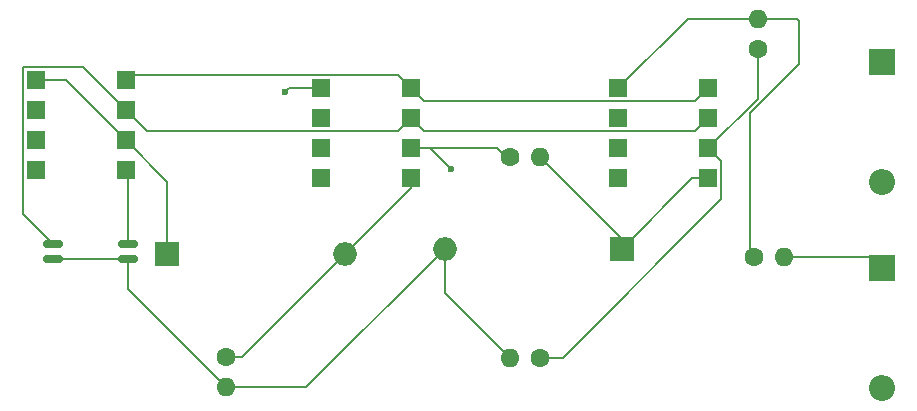
<source format=gbr>
%TF.GenerationSoftware,KiCad,Pcbnew,8.0.6*%
%TF.CreationDate,2024-11-12T11:26:48-05:00*%
%TF.ProjectId,Lab8 Schematic,4c616238-2053-4636-9865-6d617469632e,rev?*%
%TF.SameCoordinates,Original*%
%TF.FileFunction,Copper,L1,Top*%
%TF.FilePolarity,Positive*%
%FSLAX46Y46*%
G04 Gerber Fmt 4.6, Leading zero omitted, Abs format (unit mm)*
G04 Created by KiCad (PCBNEW 8.0.6) date 2024-11-12 11:26:48*
%MOMM*%
%LPD*%
G01*
G04 APERTURE LIST*
G04 Aperture macros list*
%AMRoundRect*
0 Rectangle with rounded corners*
0 $1 Rounding radius*
0 $2 $3 $4 $5 $6 $7 $8 $9 X,Y pos of 4 corners*
0 Add a 4 corners polygon primitive as box body*
4,1,4,$2,$3,$4,$5,$6,$7,$8,$9,$2,$3,0*
0 Add four circle primitives for the rounded corners*
1,1,$1+$1,$2,$3*
1,1,$1+$1,$4,$5*
1,1,$1+$1,$6,$7*
1,1,$1+$1,$8,$9*
0 Add four rect primitives between the rounded corners*
20,1,$1+$1,$2,$3,$4,$5,0*
20,1,$1+$1,$4,$5,$6,$7,0*
20,1,$1+$1,$6,$7,$8,$9,0*
20,1,$1+$1,$8,$9,$2,$3,0*%
G04 Aperture macros list end*
%TA.AperFunction,ComponentPad*%
%ADD10R,2.000000X2.000000*%
%TD*%
%TA.AperFunction,ComponentPad*%
%ADD11O,2.000000X2.000000*%
%TD*%
%TA.AperFunction,ComponentPad*%
%ADD12C,1.600000*%
%TD*%
%TA.AperFunction,ComponentPad*%
%ADD13O,1.600000X1.600000*%
%TD*%
%TA.AperFunction,SMDPad,CuDef*%
%ADD14R,1.600000X1.600000*%
%TD*%
%TA.AperFunction,SMDPad,CuDef*%
%ADD15RoundRect,0.150000X-0.662500X-0.150000X0.662500X-0.150000X0.662500X0.150000X-0.662500X0.150000X0*%
%TD*%
%TA.AperFunction,ComponentPad*%
%ADD16R,2.200000X2.200000*%
%TD*%
%TA.AperFunction,ComponentPad*%
%ADD17O,2.200000X2.200000*%
%TD*%
%TA.AperFunction,ViaPad*%
%ADD18C,0.600000*%
%TD*%
%TA.AperFunction,Conductor*%
%ADD19C,0.200000*%
%TD*%
G04 APERTURE END LIST*
D10*
%TO.P,C2,1*%
%TO.N,Net-(U3-+)*%
X149500000Y-56257500D03*
D11*
%TO.P,C2,2*%
%TO.N,GND*%
X134500000Y-56257500D03*
%TD*%
D10*
%TO.P,C1,1*%
%TO.N,Net-(U1--)*%
X111000000Y-56742500D03*
D11*
%TO.P,C1,2*%
%TO.N,Net-(U2-+)*%
X126000000Y-56742500D03*
%TD*%
D12*
%TO.P,R5,1*%
%TO.N,Net-(R4-Pad2)*%
X160655000Y-57000000D03*
D13*
%TO.P,R5,2*%
%TO.N,Net-(D1-A)*%
X163195000Y-57000000D03*
%TD*%
D12*
%TO.P,R4,1*%
%TO.N,Net-(U3--)*%
X161000000Y-39345000D03*
D13*
%TO.P,R4,2*%
%TO.N,Net-(R4-Pad2)*%
X161000000Y-36805000D03*
%TD*%
%TO.P,R3,2*%
%TO.N,GND*%
X140000000Y-65500000D03*
D12*
%TO.P,R3,1*%
%TO.N,Net-(U3--)*%
X142540000Y-65500000D03*
%TD*%
%TO.P,R2,1*%
%TO.N,Net-(U2--)*%
X140000000Y-48500000D03*
D13*
%TO.P,R2,2*%
%TO.N,Net-(U3-+)*%
X142540000Y-48500000D03*
%TD*%
D12*
%TO.P,R1,1*%
%TO.N,Net-(U2-+)*%
X116000000Y-65460000D03*
D13*
%TO.P,R1,2*%
%TO.N,GND*%
X116000000Y-68000000D03*
%TD*%
D14*
%TO.P,U2,1,+*%
%TO.N,Net-(U2-+)*%
X131620000Y-50310000D03*
%TO.P,U2,2,-*%
%TO.N,Net-(U2--)*%
X131620000Y-47770000D03*
%TO.P,U2,3,V+*%
%TO.N,+5V*%
X131620000Y-45230000D03*
%TO.P,U2,4,V-*%
%TO.N,-5V*%
X131620000Y-42690000D03*
%TO.P,U2,5*%
%TO.N,Net-(U2--)*%
X124000000Y-42690000D03*
%TO.P,U2,6*%
%TO.N,N/C*%
X124000000Y-45230000D03*
%TO.P,U2,7*%
X124000000Y-47770000D03*
%TO.P,U2,8*%
X124000000Y-50310000D03*
%TD*%
D15*
%TO.P,U4,1*%
%TO.N,+5V*%
X101312500Y-55865000D03*
%TO.P,U4,2*%
%TO.N,GND*%
X101312500Y-57135000D03*
%TO.P,U4,3*%
X107687500Y-57135000D03*
%TO.P,U4,4*%
%TO.N,Net-(U1-+)*%
X107687500Y-55865000D03*
%TD*%
D14*
%TO.P,U1,1,+*%
%TO.N,Net-(U1-+)*%
X107500000Y-49620000D03*
%TO.P,U1,2,-*%
%TO.N,Net-(U1--)*%
X107500000Y-47080000D03*
%TO.P,U1,3,V+*%
%TO.N,+5V*%
X107500000Y-44540000D03*
%TO.P,U1,4,V-*%
%TO.N,-5V*%
X107500000Y-42000000D03*
%TO.P,U1,5*%
%TO.N,Net-(U1--)*%
X99880000Y-42000000D03*
%TO.P,U1,6*%
%TO.N,N/C*%
X99880000Y-44540000D03*
%TO.P,U1,7*%
X99880000Y-47080000D03*
%TO.P,U1,8*%
X99880000Y-49620000D03*
%TD*%
%TO.P,U3,1,+*%
%TO.N,Net-(U3-+)*%
X156810000Y-50310000D03*
%TO.P,U3,2,-*%
%TO.N,Net-(U3--)*%
X156810000Y-47770000D03*
%TO.P,U3,3,V+*%
%TO.N,+5V*%
X156810000Y-45230000D03*
%TO.P,U3,4,V-*%
%TO.N,-5V*%
X156810000Y-42690000D03*
%TO.P,U3,5*%
%TO.N,Net-(R4-Pad2)*%
X149190000Y-42690000D03*
%TO.P,U3,6*%
%TO.N,N/C*%
X149190000Y-45230000D03*
%TO.P,U3,7*%
X149190000Y-47770000D03*
%TO.P,U3,8*%
X149190000Y-50310000D03*
%TD*%
D16*
%TO.P,D1,1,K*%
%TO.N,+3.3V*%
X171500000Y-40420000D03*
D17*
%TO.P,D1,2,A*%
%TO.N,Net-(D1-A)*%
X171500000Y-50580000D03*
%TD*%
D16*
%TO.P,D2,1,K*%
%TO.N,Net-(D1-A)*%
X171500000Y-57920000D03*
D17*
%TO.P,D2,2,A*%
%TO.N,-3V3*%
X171500000Y-68080000D03*
%TD*%
D18*
%TO.N,Net-(U2--)*%
X121000000Y-43000000D03*
X135000000Y-49500000D03*
%TD*%
D19*
%TO.N,Net-(U3-+)*%
X149500000Y-55460000D02*
X149500000Y-56257500D01*
X142540000Y-48500000D02*
X149500000Y-55460000D01*
%TO.N,Net-(D1-A)*%
X170580000Y-57000000D02*
X171500000Y-57920000D01*
X163195000Y-57000000D02*
X170580000Y-57000000D01*
%TO.N,Net-(R4-Pad2)*%
X155075000Y-36805000D02*
X149190000Y-42690000D01*
X161000000Y-36805000D02*
X155075000Y-36805000D01*
X160335000Y-44810686D02*
X160335000Y-57000000D01*
X164500000Y-40645686D02*
X160335000Y-44810686D01*
X164305000Y-36805000D02*
X164500000Y-37000000D01*
X164500000Y-37000000D02*
X164500000Y-40645686D01*
X161000000Y-36805000D02*
X164305000Y-36805000D01*
%TO.N,Net-(U3--)*%
X144500000Y-65500000D02*
X142540000Y-65500000D01*
X157910000Y-52090000D02*
X144500000Y-65500000D01*
X157910000Y-48870000D02*
X157910000Y-52090000D01*
X156810000Y-47770000D02*
X157910000Y-48870000D01*
%TO.N,Net-(U3-+)*%
X155447500Y-50310000D02*
X149500000Y-56257500D01*
X156810000Y-50310000D02*
X155447500Y-50310000D01*
%TO.N,Net-(U2-+)*%
X131620000Y-51122500D02*
X131620000Y-50310000D01*
X126000000Y-56742500D02*
X131620000Y-51122500D01*
X117282500Y-65460000D02*
X126000000Y-56742500D01*
X116000000Y-65460000D02*
X117282500Y-65460000D01*
%TO.N,GND*%
X134500000Y-60000000D02*
X140000000Y-65500000D01*
X134500000Y-56257500D02*
X134500000Y-60000000D01*
X122757500Y-68000000D02*
X134500000Y-56257500D01*
X116000000Y-68000000D02*
X122757500Y-68000000D01*
X107687500Y-57135000D02*
X107687500Y-59687500D01*
X107687500Y-59687500D02*
X116000000Y-68000000D01*
%TO.N,Net-(U1--)*%
X111000000Y-50580000D02*
X111000000Y-56742500D01*
X107500000Y-47080000D02*
X111000000Y-50580000D01*
%TO.N,GND*%
X101312500Y-57135000D02*
X107687500Y-57135000D01*
X108365000Y-57135000D02*
X108525000Y-56975000D01*
X107687500Y-57135000D02*
X108365000Y-57135000D01*
%TO.N,Net-(U1-+)*%
X107687500Y-55865000D02*
X107687500Y-49807500D01*
X107687500Y-49807500D02*
X107500000Y-49620000D01*
%TO.N,+5V*%
X101312500Y-55865000D02*
X98780000Y-53332500D01*
X103860000Y-40900000D02*
X107500000Y-44540000D01*
X98780000Y-40900000D02*
X103860000Y-40900000D01*
X155710000Y-46330000D02*
X156810000Y-45230000D01*
X130520000Y-46330000D02*
X131620000Y-45230000D01*
X131620000Y-45230000D02*
X132720000Y-46330000D01*
X109290000Y-46330000D02*
X130520000Y-46330000D01*
X107500000Y-44540000D02*
X109290000Y-46330000D01*
X98780000Y-53332500D02*
X98780000Y-40900000D01*
X132720000Y-46330000D02*
X155710000Y-46330000D01*
%TO.N,Net-(U1--)*%
X102420000Y-42000000D02*
X107500000Y-47080000D01*
X99880000Y-42000000D02*
X102420000Y-42000000D01*
%TO.N,Net-(U2--)*%
X140665000Y-48845000D02*
X140320000Y-48500000D01*
X140665000Y-48845000D02*
X140690000Y-48870000D01*
X131620000Y-47770000D02*
X138950000Y-47770000D01*
X124000000Y-42690000D02*
X121310000Y-42690000D01*
X138950000Y-47770000D02*
X139680000Y-48500000D01*
X133270000Y-47770000D02*
X135000000Y-49500000D01*
X121310000Y-42690000D02*
X121000000Y-43000000D01*
X131620000Y-47770000D02*
X133270000Y-47770000D01*
%TO.N,Net-(U3--)*%
X161000000Y-43580000D02*
X156810000Y-47770000D01*
X161000000Y-39665000D02*
X161000000Y-43580000D01*
X161500000Y-39325001D02*
X161199999Y-39025000D01*
X161199999Y-39025000D02*
X161000000Y-39025000D01*
%TO.N,-5V*%
X107500000Y-42000000D02*
X107910000Y-41590000D01*
X155710000Y-43790000D02*
X156810000Y-42690000D01*
X130520000Y-41590000D02*
X131620000Y-42690000D01*
X132720000Y-43790000D02*
X155710000Y-43790000D01*
X131620000Y-42690000D02*
X132720000Y-43790000D01*
X107910000Y-41590000D02*
X130520000Y-41590000D01*
%TD*%
M02*

</source>
